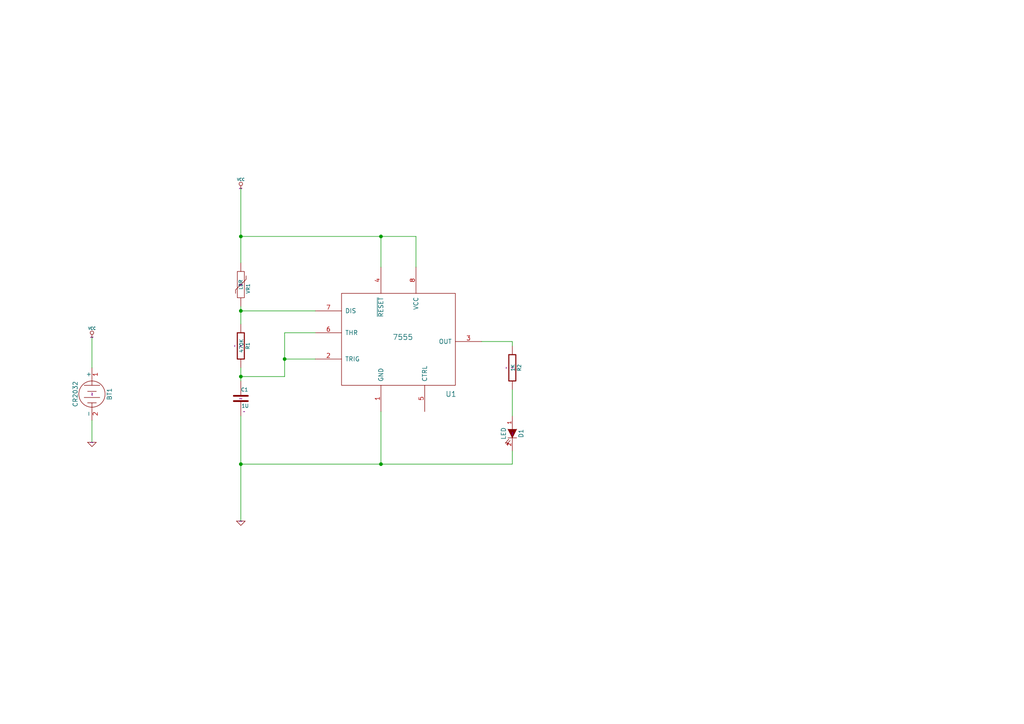
<source format=kicad_sch>
(kicad_sch (version 20230121) (generator eeschema)
  (paper "A4")
  (title_block (date "2 oct 2013"))
  (lib_symbols
    (symbol "GTB-rescue:BATTERY" (pin_names (offset 0))
      (property "Reference" "BT" (at 0 5.08 0))
      (property "Value" "BATTERY" (at 0 -4.826 0))
      (symbol "BATTERY_0_1"
        (polyline (pts (xy -2.54 0) (xy -3.81 0)))
        (polyline (pts (xy -2.54 2.286) (xy -2.54 -2.2606)) (stroke (width 0.1524)))
        (polyline (pts (xy -0.7874 1.27) (xy -0.7874 -1.27)) (stroke (width 0.1524)))
        (polyline (pts (xy 0.9906 2.286) (xy 0.9906 -2.2606)) (stroke (width 0.1524)))
        (polyline (pts (xy 2.54 0) (xy 3.81 0)))
        (polyline (pts (xy 2.54 1.27) (xy 2.54 -1.27)) (stroke (width 0.1524)))
        (circle (center 0 0) (radius 3.81) (stroke (width 0.1524)))
      )
      (symbol "BATTERY_1_1"
        (pin power_out line (at -7.62 0 0) (length 3.81) (name "+") (number "1"))
        (pin power_out line (at 7.62 0 180) (length 3.81) (name "-") (number "2"))
      )
    )
    (symbol "GTB-rescue:C" (pin_numbers hide) (pin_names (offset 0.254))
      (property "Reference" "C" (at 0 2.54 0))
      (property "Value" "C" (at 0.1524 -2.159 0))
      (symbol "C_0_1"
        (polyline (pts (xy -2.032 -0.762) (xy 2.032 -0.762)) (stroke (width 0.508)))
        (polyline (pts (xy -2.032 0.762) (xy 2.032 0.762)) (stroke (width 0.508)))
      )
      (symbol "C_1_1"
        (pin passive line (at 0 5.08 270) (length 4.318) (name "~") (number "1"))
        (pin passive line (at 0 -5.08 90) (length 4.318) (name "~") (number "2"))
      )
    )
    (symbol "GTB-rescue:GND" (power) (pin_names (offset 0))
      (symbol "GND_0_1"
        (polyline (pts (xy -1.27 0) (xy 0 -1.27) (xy 1.27 0) (xy -1.27 0)))
      )
      (symbol "GND_1_1"
        (pin power_in line (at 0 0 90) (length 0) hide (name "GND") (number "1"))
      )
    )
    (symbol "GTB-rescue:LED" (pin_names (offset 1.016) hide)
      (property "Reference" "D" (at 0 2.54 0))
      (property "Value" "LED" (at 0 -2.54 0))
      (symbol "LED_0_1"
        (polyline (pts (xy 1.27 1.27) (xy 1.27 -1.27)))
        (polyline (pts (xy -1.27 1.27) (xy 1.27 0) (xy -1.27 -1.27)) (fill (type outline)))
        (polyline (pts (xy 1.651 -1.016) (xy 2.794 -2.032) (xy 2.667 -1.397)))
        (polyline (pts (xy 2.032 -0.635) (xy 3.175 -1.651) (xy 3.048 -1.016)))
      )
      (symbol "LED_1_1"
        (pin passive line (at -5.08 0 0) (length 3.81) (name "A") (number "1"))
        (pin passive line (at 5.08 0 180) (length 3.81) (name "K") (number "2"))
      )
    )
    (symbol "GTB-rescue:VCC" (power) (pin_names (offset 0))
      (property "Value" "VCC" (at 0 2.54 0))
      (symbol "VCC_0_0"
        (pin power_in line (at 0 0 90) (length 0) hide (name "VCC") (number "1"))
      )
      (symbol "VCC_0_1"
        (polyline (pts (xy 0 0) (xy 0 0.762) (xy 0 0.762)))
        (circle (center 0 1.27) (radius 0.508))
      )
    )
    (symbol "GTB-rescue:VR" (pin_numbers hide) (pin_names (offset 0))
      (property "Reference" "VR" (at 1.524 -1.1684 90))
      (property "Value" "VR" (at 0 0 90))
      (symbol "VR_0_1"
        (rectangle (start -1.016 3.81) (end 1.016 -3.81))
        (polyline (pts (xy -1.524 -2.54) (xy -1.524 -1.524) (xy 1.524 1.524) (xy 1.524 2.54) (xy 1.524 2.54)))
      )
      (symbol "VR_1_1"
        (pin passive line (at 0 6.35 270) (length 2.54) (name "~") (number "1"))
        (pin passive line (at 0 -6.35 90) (length 2.54) (name "~") (number "2"))
      )
    )
    (symbol "GTB:7555" (pin_names (offset 1.016))
      (property "Reference" "U" (at 17.78 -10.16 0))
      (property "Value" "7555" (at 3.81 6.35 0))
      (symbol "7555_0_1"
        (rectangle (start -13.97 19.05) (end 19.05 -7.62))
      )
      (symbol "7555_1_1"
        (pin input line (at -2.54 -15.24 90) (length 7.62) (name "GND") (number "1"))
        (pin input line (at -21.59 0 0) (length 7.62) (name "TRIG") (number "2"))
        (pin input line (at 26.67 5.08 180) (length 7.62) (name "OUT") (number "3"))
        (pin input line (at -2.54 26.67 270) (length 7.62) (name "~{RESET}") (number "4"))
        (pin input line (at 10.16 -15.24 90) (length 7.62) (name "CTRL") (number "5"))
        (pin input line (at -21.59 7.62 0) (length 7.62) (name "THR") (number "6"))
        (pin input line (at -21.59 13.97 0) (length 7.62) (name "DIS") (number "7"))
        (pin input line (at 7.62 26.67 270) (length 7.62) (name "VCC") (number "8"))
      )
    )
    (symbol "GTB:R" (pin_numbers hide) (pin_names (offset 0))
      (property "Reference" "R" (at 2.032 0 90))
      (property "Value" "R" (at 0.1778 0.0254 90))
      (symbol "R_0_1"
        (rectangle (start -1.016 3.81) (end 1.016 -3.81) (stroke (width 0.3048)))
      )
      (symbol "R_1_1"
        (pin passive line (at 0 6.35 270) (length 2.54) (name "~") (number "1"))
        (pin passive line (at 0 -6.35 90) (length 2.54) (name "~") (number "2"))
      )
    )
  )
  (junction (at 69.85 68.58))
  (junction (at 110.49 134.62))
  (junction (at 82.55 104.14))
  (junction (at 69.85 90.17))
  (junction (at 110.49 68.58))
  (junction (at 69.85 109.22))
  (junction (at 69.85 134.62))
  (wire (pts (xy 91.44 90.17) (xy 69.85 90.17)))
  (wire (pts (xy 148.59 134.62) (xy 148.59 130.81)))
  (wire (pts (xy 82.55 96.52) (xy 82.55 104.14)))
  (wire (pts (xy 69.85 109.22) (xy 69.85 110.49)))
  (wire (pts (xy 148.59 100.33) (xy 148.59 99.06)))
  (wire (pts (xy 148.59 99.06) (xy 139.7 99.06)))
  (wire (pts (xy 69.85 54.61) (xy 69.85 68.58)))
  (wire (pts (xy 69.85 120.65) (xy 69.85 134.62)))
  (wire (pts (xy 69.85 68.58) (xy 110.49 68.58)))
  (wire (pts (xy 69.85 134.62) (xy 69.85 151.13)))
  (wire (pts (xy 82.55 109.22) (xy 69.85 109.22)))
  (wire (pts (xy 69.85 68.58) (xy 69.85 76.2)))
  (wire (pts (xy 69.85 90.17) (xy 69.85 93.98)))
  (wire (pts (xy 82.55 96.52) (xy 91.44 96.52)))
  (wire (pts (xy 110.49 77.47) (xy 110.49 68.58)))
  (wire (pts (xy 110.49 134.62) (xy 148.59 134.62)))
  (wire (pts (xy 69.85 88.9) (xy 69.85 90.17)))
  (wire (pts (xy 26.67 128.27) (xy 26.67 121.92)))
  (wire (pts (xy 110.49 119.38) (xy 110.49 134.62)))
  (wire (pts (xy 82.55 104.14) (xy 82.55 109.22)))
  (wire (pts (xy 120.65 68.58) (xy 120.65 77.47)))
  (wire (pts (xy 148.59 120.65) (xy 148.59 113.03)))
  (wire (pts (xy 91.44 104.14) (xy 82.55 104.14)))
  (wire (pts (xy 69.85 106.68) (xy 69.85 109.22)))
  (wire (pts (xy 26.67 106.68) (xy 26.67 97.79)))
  (wire (pts (xy 69.85 134.62) (xy 110.49 134.62)))
  (wire (pts (xy 110.49 68.58) (xy 120.65 68.58)))
  (symbol (lib_id "GTB:7555") (at 113.03 104.14 0) (unit 1)
    (property "Reference" "U1" (at 130.81 114.3 0) (effects (font (size 1.524 1.524))))
    (property "Value" "7555" (at 116.84 97.79 0) (effects (font (size 1.524 1.524))))
  )
  (symbol (lib_id "GTB-rescue:C") (at 69.85 115.57 0) (unit 1)
    (property "Reference" "C1" (at 69.85 113.03 0) (effects (font (size 1.016 1.016)) (justify left)))
    (property "Value" "1U" (at 70.0024 117.729 0) (effects (font (size 1.016 1.016)) (justify left)))
    (property "Footprint" "~" (at 70.8152 119.38 0) (effects (font (size 0.762 0.762))))
    (property "Datasheet" "~" (at 69.85 115.57 0) (effects (font (size 1.524 1.524))))
  )
  (symbol (lib_id "GTB:R") (at 69.85 100.33 0) (unit 1)
    (property "Reference" "R1" (at 71.882 100.33 90) (effects (font (size 1.016 1.016))))
    (property "Value" "470K" (at 70.0278 100.3046 90) (effects (font (size 1.016 1.016))))
    (property "Footprint" "~" (at 68.072 100.33 90) (effects (font (size 0.762 0.762))))
    (property "Datasheet" "~" (at 69.85 100.33 0) (effects (font (size 0.762 0.762))))
  )
  (symbol (lib_id "GTB-rescue:VR") (at 69.85 82.55 0) (unit 1)
    (property "Reference" "VR1" (at 71.374 83.7184 90) (effects (font (size 1.016 1.016)) (justify top)))
    (property "Value" "LDR" (at 69.85 82.55 90) (effects (font (size 1.016 1.016))))
    (property "Footprint" "~" (at 69.85 82.55 0) (effects (font (size 1.524 1.524))))
    (property "Datasheet" "~" (at 69.85 82.55 0) (effects (font (size 1.524 1.524))))
  )
  (symbol (lib_id "GTB:R") (at 148.59 106.68 0) (unit 1)
    (property "Reference" "R2" (at 150.622 106.68 90) (effects (font (size 1.016 1.016))))
    (property "Value" "1K" (at 148.7678 106.6546 90) (effects (font (size 1.016 1.016))))
    (property "Footprint" "~" (at 146.812 106.68 90) (effects (font (size 0.762 0.762))))
    (property "Datasheet" "~" (at 148.59 106.68 0) (effects (font (size 0.762 0.762))))
  )
  (symbol (lib_id "GTB-rescue:LED") (at 148.59 125.73 270) (unit 1)
    (property "Reference" "D1" (at 151.13 125.73 0))
    (property "Value" "LED" (at 146.05 125.73 0))
    (property "Footprint" "~" (at 148.59 125.73 0) (effects (font (size 1.524 1.524))))
    (property "Datasheet" "~" (at 148.59 125.73 0) (effects (font (size 1.524 1.524))))
  )
  (symbol (lib_id "GTB-rescue:VCC") (at 69.85 54.61 0) (unit 1)
    (property "Reference" "#PWR01" (effects hide))
    (property "Value" "VCC" (at 69.85 52.07 0) (effects (font (size 0.762 0.762))))
    (property "Footprint" "~" (at 69.85 54.61 0) (effects (font (size 1.524 1.524))))
    (property "Datasheet" "~" (at 69.85 54.61 0) (effects (font (size 1.524 1.524))))
  )
  (symbol (lib_id "GTB-rescue:GND") (at 69.85 151.13 0) (unit 1)
    (property "Reference" "#PWR02" (effects hide))
    (property "Value" "GND" (effects hide))
    (property "Footprint" "~" (at 69.85 151.13 0) (effects (font (size 1.524 1.524))))
    (property "Datasheet" "~" (at 69.85 151.13 0) (effects (font (size 1.524 1.524))))
  )
  (symbol (lib_id "GTB-rescue:BATTERY") (at 26.67 114.3 270) (unit 1)
    (property "Reference" "BT1" (at 31.75 114.3 0))
    (property "Value" "CR2032" (at 21.844 114.3 0))
    (property "Footprint" "~" (at 26.67 114.3 0) (effects (font (size 1.524 1.524))))
    (property "Datasheet" "~" (at 26.67 114.3 0) (effects (font (size 1.524 1.524))))
  )
  (symbol (lib_id "GTB-rescue:VCC") (at 26.67 97.79 0) (unit 1)
    (property "Reference" "#PWR03" (effects hide))
    (property "Value" "VCC" (at 26.67 95.25 0) (effects (font (size 0.762 0.762))))
    (property "Footprint" "~" (at 26.67 97.79 0) (effects (font (size 1.524 1.524))))
    (property "Datasheet" "~" (at 26.67 97.79 0) (effects (font (size 1.524 1.524))))
  )
  (symbol (lib_id "GTB-rescue:GND") (at 26.67 128.27 0) (unit 1)
    (property "Reference" "#PWR04" (effects hide))
    (property "Value" "GND" (effects hide))
    (property "Footprint" "~" (at 26.67 128.27 0) (effects (font (size 1.524 1.524))))
    (property "Datasheet" "~" (at 26.67 128.27 0) (effects (font (size 1.524 1.524))))
  )
)
</source>
